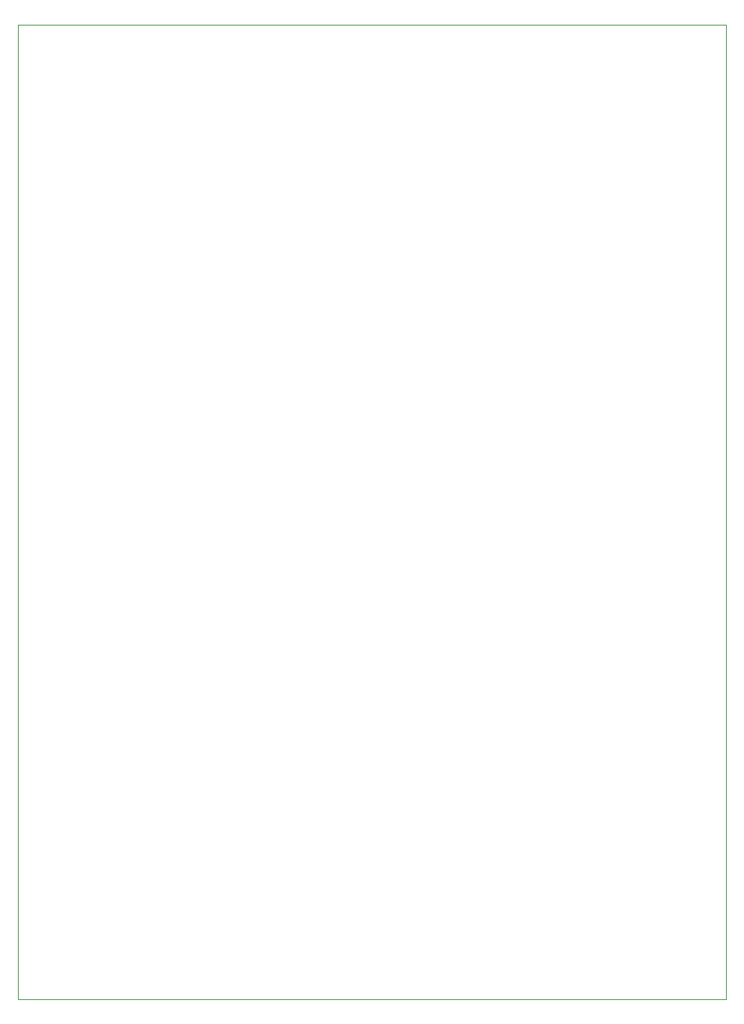
<source format=gbr>
G04 #@! TF.GenerationSoftware,KiCad,Pcbnew,9.0.0*
G04 #@! TF.CreationDate,2025-02-23T15:55:49-07:00*
G04 #@! TF.ProjectId,ADSR_Envelope_THT,41445352-5f45-46e7-9665-6c6f70655f54,rev?*
G04 #@! TF.SameCoordinates,Original*
G04 #@! TF.FileFunction,Profile,NP*
%FSLAX46Y46*%
G04 Gerber Fmt 4.6, Leading zero omitted, Abs format (unit mm)*
G04 Created by KiCad (PCBNEW 9.0.0) date 2025-02-23 15:55:49*
%MOMM*%
%LPD*%
G01*
G04 APERTURE LIST*
G04 #@! TA.AperFunction,Profile*
%ADD10C,0.050000*%
G04 #@! TD*
G04 APERTURE END LIST*
D10*
X80000000Y0D02*
X80000000Y-110000000D01*
X0Y0D02*
X80000000Y0D01*
X0Y-110000000D02*
X0Y0D01*
X80000000Y-110000000D02*
X0Y-110000000D01*
M02*

</source>
